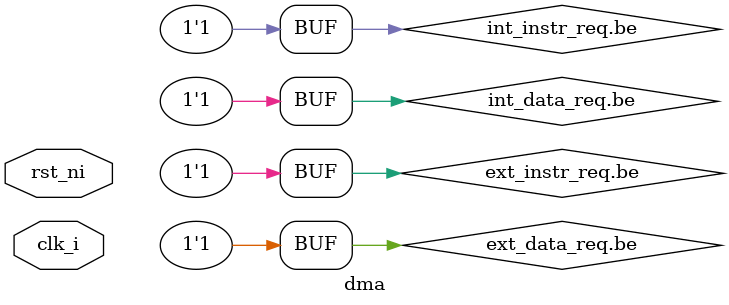
<source format=sv>

`include "VX_define.vh"

module dma
(
    input logic clk_i,
    input logic rst_ni,

    obi_req_if.master ext_instr_req,
    obi_rsp_if.slave  ext_instr_rsp,

    obi_req_if.master ext_data_req,
    obi_rsp_if.slave  ext_data_rsp,

    obi_req_if.master int_instr_req,
    obi_rsp_if.slave  int_instr_rsp,

    obi_req_if.master int_data_req,
    obi_rsp_if.slave  int_data_rsp,

    dma_ctrl_if.slave instr_ctrl,
    dma_ctrl_if.slave data_ctrl
);

    /*
    * Instruction signals
    */
    typedef enum logic [2:0] {INSTR_IDLE, INSTR_READ_OBI_SEND_REQ, INSTR_READ_OBI_WAIT_RSP, INSTR_WRITE_OBI_SEND_REQ, INSTR_WRITE_OBI_WAIT_RSP, INSTR_WAIT_START_TO_ZERO} instr_state_t;

    instr_state_t curr_state_instr;
    instr_state_t next_state_instr;

    logic [31:0] curr_instr_ctrl_len;
    logic [31:0] curr_instr_ctrl_src;
    logic [31:0] curr_instr_ctrl_dst;
    logic        curr_instr_ctrl_dir;

    logic [31:0] next_instr_ctrl_len;
    logic [31:0] next_instr_ctrl_src;
    logic [31:0] next_instr_ctrl_dst;
    logic        next_instr_ctrl_dir;

    logic [31:0] curr_instr_rdata;
    logic [31:0] next_instr_rdata;

    logic load_instr_ctrl;
    logic count_instr_ctrl;

    logic load_instr_rdata;

    /*
    * Data signals
    */
    typedef enum logic [2:0] {DATA_IDLE, DATA_READ_OBI_SEND_REQ, DATA_READ_OBI_WAIT_RSP, DATA_WRITE_OBI_SEND_REQ, DATA_WRITE_OBI_WAIT_RSP, DATA_WAIT_START_TO_ZERO} data_state_t;

    data_state_t curr_state_data;
    data_state_t next_state_data;

    logic [31:0] curr_data_ctrl_len;
    logic [31:0] curr_data_ctrl_src;
    logic [31:0] curr_data_ctrl_dst;
    logic        curr_data_ctrl_dir;

    logic [31:0] next_data_ctrl_len;
    logic [31:0] next_data_ctrl_src;
    logic [31:0] next_data_ctrl_dst;
    logic        next_data_ctrl_dir;

    logic [31:0] curr_data_rdata;
    logic [31:0] next_data_rdata;

    logic load_data_ctrl;
    logic count_data_ctrl;

    logic load_data_rdata;

    /*
    * Instruction channel
    */
    always_ff @(posedge(clk_i) or negedge(rst_ni)) begin
        if (!rst_ni) begin
            curr_instr_ctrl_len <= '0;
            curr_instr_ctrl_src <= '0;
            curr_instr_ctrl_dst <= '0;
            curr_instr_ctrl_dir <= '0;
        end
        else begin
            curr_instr_ctrl_len <= next_instr_ctrl_len;
            curr_instr_ctrl_src <= next_instr_ctrl_src;
            curr_instr_ctrl_dst <= next_instr_ctrl_dst;
            curr_instr_ctrl_dir <= next_instr_ctrl_dir;
        end
    end

    assign next_instr_ctrl_len = load_instr_ctrl ? instr_ctrl.len : count_instr_ctrl ? curr_instr_ctrl_len-32'd4 : curr_instr_ctrl_len;
    assign next_instr_ctrl_src = load_instr_ctrl ? instr_ctrl.src : count_instr_ctrl ? curr_instr_ctrl_src+32'd4 : curr_instr_ctrl_src;
    assign next_instr_ctrl_dst = load_instr_ctrl ? instr_ctrl.dst : count_instr_ctrl ? curr_instr_ctrl_dst+32'd4 : curr_instr_ctrl_dst;
    assign next_instr_ctrl_dir = load_instr_ctrl ? instr_ctrl.dir : curr_instr_ctrl_dir;

    always_ff @(posedge(clk_i) or negedge(rst_ni)) begin
        if (!rst_ni) begin
            curr_instr_rdata <= '0;
        end
        else begin
            curr_instr_rdata <= next_instr_rdata;
        end
    end

    always_comb begin
        if (curr_instr_ctrl_dir) begin
            int_instr_req.we    = 1'b0;
            int_instr_req.be    = 4'b1111;
            int_instr_req.addr  = curr_instr_ctrl_src;
            int_instr_req.wdata = 32'd0;

            if (load_instr_rdata)
                next_instr_rdata = int_instr_rsp.rdata;
            else
                next_instr_rdata = curr_instr_rdata;

            ext_instr_req.we    = 1'b1;
            ext_instr_req.be    = 4'b1111;
            ext_instr_req.addr  = curr_instr_ctrl_dst;
            ext_instr_req.wdata = curr_instr_rdata;
        end
        else begin
            ext_instr_req.we    = 1'b0;
            ext_instr_req.be    = 4'b1111;
            ext_instr_req.addr  = curr_instr_ctrl_src;
            ext_instr_req.wdata = 32'd0;

            if (load_instr_rdata)
                next_instr_rdata = ext_instr_rsp.rdata;
            else
                next_instr_rdata = curr_instr_rdata;

            int_instr_req.we    = 1'b1;
            int_instr_req.be    = 4'b1111;
            int_instr_req.addr  = curr_instr_ctrl_dst;
            int_instr_req.wdata = curr_instr_rdata;
        end

    end

    always_ff @(posedge(clk_i) or negedge(rst_ni)) begin
        if (!rst_ni) begin
            curr_state_instr <= INSTR_IDLE;
        end
        else begin
            curr_state_instr <= next_state_instr;
        end
    end

    always_comb begin

        next_state_instr  = curr_state_instr;
        load_instr_ctrl   = 1'b0;
        int_instr_req.req = 1'b0;
        ext_instr_req.req = 1'b0;
        load_instr_rdata  = 1'b0;
        count_instr_ctrl  = 1'b0;
        instr_ctrl.done   = 1'b0;

        case (curr_state_instr)

            INSTR_IDLE: begin
                if (instr_ctrl.start) begin
                    load_instr_ctrl  = 1'b1;
                    next_state_instr = INSTR_READ_OBI_SEND_REQ;
                end
                else begin
                    next_state_instr = INSTR_IDLE;
                end
            end

            INSTR_READ_OBI_SEND_REQ: begin
                if (curr_instr_ctrl_len == 32'd0) begin
                    next_state_instr = INSTR_WAIT_START_TO_ZERO;
                end
                else begin
                    if (curr_instr_ctrl_dir) begin
                        int_instr_req.req = 1'b1;
                        if (int_instr_req.gnt) begin
                            next_state_instr = INSTR_READ_OBI_WAIT_RSP;
                        end
                        else begin
                            next_state_instr = INSTR_READ_OBI_SEND_REQ;
                        end
                    end
                    else begin
                        ext_instr_req.req = 1'b1;
                        if (ext_instr_req.gnt) begin
                            next_state_instr = INSTR_READ_OBI_WAIT_RSP;
                        end
                        else begin
                            next_state_instr = INSTR_READ_OBI_SEND_REQ;
                        end
                    end
                end
            end

            INSTR_READ_OBI_WAIT_RSP: begin
                if (curr_instr_ctrl_dir) begin
                    if (int_instr_rsp.rvalid) begin
                        load_instr_rdata = 1'b1;
                        next_state_instr = INSTR_WRITE_OBI_SEND_REQ;
                    end
                    else begin
                        next_state_instr = INSTR_READ_OBI_WAIT_RSP;
                    end
                end
                else begin
                    if (ext_instr_rsp.rvalid) begin
                        load_instr_rdata = 1'b1;
                        next_state_instr = INSTR_WRITE_OBI_SEND_REQ;
                    end
                    else begin
                        next_state_instr = INSTR_READ_OBI_WAIT_RSP;
                    end
                end
            end

            INSTR_WRITE_OBI_SEND_REQ: begin
                if (curr_instr_ctrl_dir) begin
                    ext_instr_req.req = 1'b1;
                    if (ext_instr_req.gnt) begin
                        next_state_instr = INSTR_WRITE_OBI_WAIT_RSP;
                    end
                    else begin
                        next_state_instr = INSTR_WRITE_OBI_SEND_REQ;
                    end
                end
                else begin
                    int_instr_req.req = 1'b1;
                    if (int_instr_req.gnt) begin
                        next_state_instr = INSTR_WRITE_OBI_WAIT_RSP;
                    end
                    else begin
                        next_state_instr = INSTR_WRITE_OBI_SEND_REQ;
                    end
                end
            end

            INSTR_WRITE_OBI_WAIT_RSP: begin
                if (curr_instr_ctrl_dir) begin
                    if (ext_instr_rsp.rvalid) begin
                        next_state_instr = INSTR_READ_OBI_SEND_REQ;
                        count_instr_ctrl = 1'b1;
                    end
                    else begin
                        next_state_instr = INSTR_WRITE_OBI_WAIT_RSP;
                    end
                end
                else begin
                    if (int_instr_rsp.rvalid) begin
                        next_state_instr = INSTR_READ_OBI_SEND_REQ;
                        count_instr_ctrl = 1'b1;
                    end
                    else begin
                        next_state_instr = INSTR_WRITE_OBI_WAIT_RSP;
                    end
                end
            end

            INSTR_WAIT_START_TO_ZERO: begin
                instr_ctrl.done = 1'b1;
                if (instr_ctrl.start) begin
                    next_state_instr = INSTR_WAIT_START_TO_ZERO;
                end
                else begin
                    next_state_instr = INSTR_IDLE;
                end
            end

            default: begin
                next_state_instr = INSTR_IDLE;
            end

        endcase
    end

    /*
    * Data channel
    */
    always_ff @(posedge(clk_i) or negedge(rst_ni)) begin
        if (!rst_ni) begin
            curr_data_ctrl_len <= '0;
            curr_data_ctrl_src <= '0;
            curr_data_ctrl_dst <= '0;
            curr_data_ctrl_dir <= '0;
        end
        else begin
            curr_data_ctrl_len <= next_data_ctrl_len;
            curr_data_ctrl_src <= next_data_ctrl_src;
            curr_data_ctrl_dst <= next_data_ctrl_dst;
            curr_data_ctrl_dir <= next_data_ctrl_dir;
        end
    end

    assign next_data_ctrl_len = load_data_ctrl ? data_ctrl.len : count_data_ctrl ? curr_data_ctrl_len-32'd4 : curr_data_ctrl_len;
    assign next_data_ctrl_src = load_data_ctrl ? data_ctrl.src : count_data_ctrl ? curr_data_ctrl_src+32'd4 : curr_data_ctrl_src;
    assign next_data_ctrl_dst = load_data_ctrl ? data_ctrl.dst : count_data_ctrl ? curr_data_ctrl_dst+32'd4 : curr_data_ctrl_dst;
    assign next_data_ctrl_dir = load_data_ctrl ? data_ctrl.dir : curr_data_ctrl_dir;

    always_ff @(posedge(clk_i) or negedge(rst_ni)) begin
        if (!rst_ni) begin
            curr_data_rdata <= '0;
        end
        else begin
            curr_data_rdata <= next_data_rdata;
        end
    end

    always_comb begin
        if (curr_data_ctrl_dir) begin
            int_data_req.we    = 1'b0;
            int_data_req.be    = 4'b1111;
            int_data_req.addr  = curr_data_ctrl_src;
            int_data_req.wdata = 32'd0;

            if (load_data_rdata)
                next_data_rdata = int_data_rsp.rdata;
            else
                next_data_rdata = curr_data_rdata;

            ext_data_req.we    = 1'b1;
            ext_data_req.be    = 4'b1111;
            ext_data_req.addr  = curr_data_ctrl_dst;
            ext_data_req.wdata = curr_data_rdata;
        end
        else begin
            ext_data_req.we    = 1'b0;
            ext_data_req.be    = 4'b1111;
            ext_data_req.addr  = curr_data_ctrl_src;
            ext_data_req.wdata = 32'd0;

            if (load_data_rdata)
                next_data_rdata = ext_data_rsp.rdata;
            else
                next_data_rdata = curr_data_rdata;

            int_data_req.we    = 1'b1;
            int_data_req.be    = 4'b1111;
            int_data_req.addr  = curr_data_ctrl_dst;
            int_data_req.wdata = curr_data_rdata;
        end

    end

    always_ff @(posedge(clk_i) or negedge(rst_ni)) begin
        if (!rst_ni) begin
            curr_state_data <= DATA_IDLE;
        end
        else begin
            curr_state_data <= next_state_data;
        end
    end

    always_comb begin

        next_state_data  = curr_state_data;
        load_data_ctrl   = 1'b0;
        int_data_req.req = 1'b0;
        ext_data_req.req = 1'b0;
        load_data_rdata  = 1'b0;
        count_data_ctrl  = 1'b0;
        data_ctrl.done   = 1'b0;

        case (curr_state_data)

            DATA_IDLE: begin
                if (data_ctrl.start) begin
                    load_data_ctrl  = 1'b1;
                    next_state_data = DATA_READ_OBI_SEND_REQ;
                end
                else begin
                    next_state_data = DATA_IDLE;
                end
            end

            DATA_READ_OBI_SEND_REQ: begin
                if (curr_data_ctrl_len == 32'd0) begin
                    next_state_data = DATA_WAIT_START_TO_ZERO;
                end
                else begin
                    if (curr_data_ctrl_dir) begin
                        int_data_req.req = 1'b1;
                        if (int_data_req.gnt) begin
                            next_state_data = DATA_READ_OBI_WAIT_RSP;
                        end
                        else begin
                            next_state_data = DATA_READ_OBI_SEND_REQ;
                        end
                    end
                    else begin
                        ext_data_req.req = 1'b1;
                        if (ext_data_req.gnt) begin
                            next_state_data = DATA_READ_OBI_WAIT_RSP;
                        end
                        else begin
                            next_state_data = DATA_READ_OBI_SEND_REQ;
                        end
                    end
                end
            end

            DATA_READ_OBI_WAIT_RSP: begin
                if (curr_data_ctrl_dir) begin
                    if (int_data_rsp.rvalid) begin
                        load_data_rdata = 1'b1;
                        next_state_data = DATA_WRITE_OBI_SEND_REQ;
                    end
                    else begin
                        next_state_data = DATA_READ_OBI_WAIT_RSP;
                    end
                end
                else begin
                    if (ext_data_rsp.rvalid) begin
                        load_data_rdata = 1'b1;
                        next_state_data = DATA_WRITE_OBI_SEND_REQ;
                    end
                    else begin
                        next_state_data = DATA_READ_OBI_WAIT_RSP;
                    end
                end
            end

            DATA_WRITE_OBI_SEND_REQ: begin
                if (curr_data_ctrl_dir) begin
                    ext_data_req.req = 1'b1;
                    if (ext_data_req.gnt) begin
                        next_state_data = DATA_WRITE_OBI_WAIT_RSP;
                    end
                    else begin
                        next_state_data = DATA_WRITE_OBI_SEND_REQ;
                    end
                end
                else begin
                    int_data_req.req = 1'b1;
                    if (int_data_req.gnt) begin
                        next_state_data = DATA_WRITE_OBI_WAIT_RSP;
                    end
                    else begin
                        next_state_data = DATA_WRITE_OBI_SEND_REQ;
                    end
                end
            end

            DATA_WRITE_OBI_WAIT_RSP: begin
                if (curr_data_ctrl_dir) begin
                    if (ext_data_rsp.rvalid) begin
                        next_state_data = DATA_READ_OBI_SEND_REQ;
                        count_data_ctrl = 1'b1;
                    end
                    else begin
                        next_state_data = DATA_WRITE_OBI_WAIT_RSP;
                    end
                end
                else begin
                    if (int_data_rsp.rvalid) begin
                        next_state_data = DATA_READ_OBI_SEND_REQ;
                        count_data_ctrl = 1'b1;
                    end
                    else begin
                        next_state_data = DATA_WRITE_OBI_WAIT_RSP;
                    end
                end
            end

            DATA_WAIT_START_TO_ZERO: begin
                data_ctrl.done = 1'b1;
                if (data_ctrl.start) begin
                    next_state_data = DATA_WAIT_START_TO_ZERO;
                end
                else begin
                    next_state_data = DATA_IDLE;
                end
            end

            default: begin
                next_state_data = DATA_IDLE;
            end

        endcase
    end

endmodule

</source>
